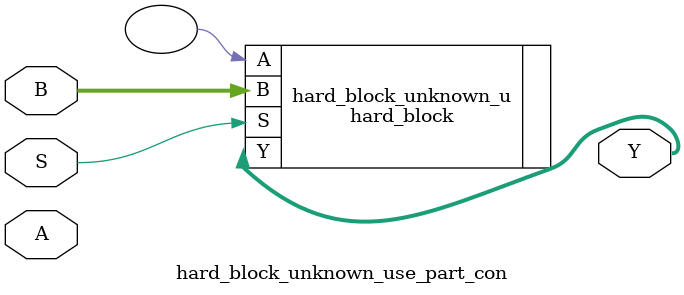
<source format=v>
module hard_block_unknown_use_part_con(A, B, S, Y);

  parameter WIDTH = 4;

  input [WIDTH-1:0] A, B;
  input S;

  output [WIDTH-1:0] Y;
  
  hard_block hard_block_unknown_u(.A(), .B(B), .S(S), .Y(Y));
  
endmodule

</source>
